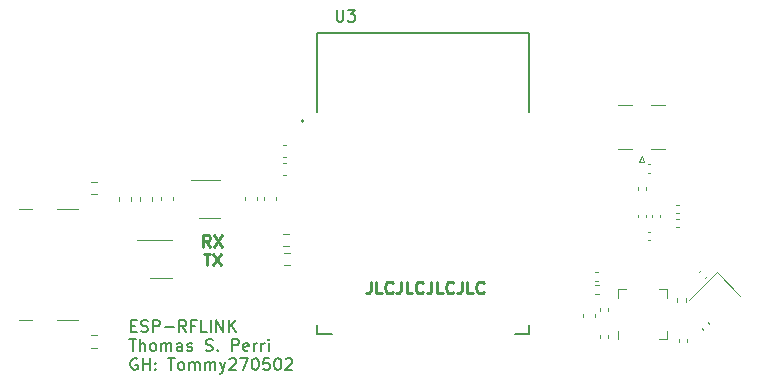
<source format=gbr>
%TF.GenerationSoftware,KiCad,Pcbnew,7.0.7*%
%TF.CreationDate,2023-10-10T08:15:51+02:00*%
%TF.ProjectId,ESPxRF,45535078-5246-42e6-9b69-6361645f7063,rev?*%
%TF.SameCoordinates,Original*%
%TF.FileFunction,Legend,Top*%
%TF.FilePolarity,Positive*%
%FSLAX46Y46*%
G04 Gerber Fmt 4.6, Leading zero omitted, Abs format (unit mm)*
G04 Created by KiCad (PCBNEW 7.0.7) date 2023-10-10 08:15:51*
%MOMM*%
%LPD*%
G01*
G04 APERTURE LIST*
%ADD10C,0.150000*%
%ADD11C,0.250000*%
%ADD12C,0.120000*%
%ADD13C,0.127000*%
%ADD14C,0.200000*%
G04 APERTURE END LIST*
D10*
X96221779Y-78041009D02*
X96555112Y-78041009D01*
X96697969Y-78564819D02*
X96221779Y-78564819D01*
X96221779Y-78564819D02*
X96221779Y-77564819D01*
X96221779Y-77564819D02*
X96697969Y-77564819D01*
X97078922Y-78517200D02*
X97221779Y-78564819D01*
X97221779Y-78564819D02*
X97459874Y-78564819D01*
X97459874Y-78564819D02*
X97555112Y-78517200D01*
X97555112Y-78517200D02*
X97602731Y-78469580D01*
X97602731Y-78469580D02*
X97650350Y-78374342D01*
X97650350Y-78374342D02*
X97650350Y-78279104D01*
X97650350Y-78279104D02*
X97602731Y-78183866D01*
X97602731Y-78183866D02*
X97555112Y-78136247D01*
X97555112Y-78136247D02*
X97459874Y-78088628D01*
X97459874Y-78088628D02*
X97269398Y-78041009D01*
X97269398Y-78041009D02*
X97174160Y-77993390D01*
X97174160Y-77993390D02*
X97126541Y-77945771D01*
X97126541Y-77945771D02*
X97078922Y-77850533D01*
X97078922Y-77850533D02*
X97078922Y-77755295D01*
X97078922Y-77755295D02*
X97126541Y-77660057D01*
X97126541Y-77660057D02*
X97174160Y-77612438D01*
X97174160Y-77612438D02*
X97269398Y-77564819D01*
X97269398Y-77564819D02*
X97507493Y-77564819D01*
X97507493Y-77564819D02*
X97650350Y-77612438D01*
X98078922Y-78564819D02*
X98078922Y-77564819D01*
X98078922Y-77564819D02*
X98459874Y-77564819D01*
X98459874Y-77564819D02*
X98555112Y-77612438D01*
X98555112Y-77612438D02*
X98602731Y-77660057D01*
X98602731Y-77660057D02*
X98650350Y-77755295D01*
X98650350Y-77755295D02*
X98650350Y-77898152D01*
X98650350Y-77898152D02*
X98602731Y-77993390D01*
X98602731Y-77993390D02*
X98555112Y-78041009D01*
X98555112Y-78041009D02*
X98459874Y-78088628D01*
X98459874Y-78088628D02*
X98078922Y-78088628D01*
X99078922Y-78183866D02*
X99840827Y-78183866D01*
X100888445Y-78564819D02*
X100555112Y-78088628D01*
X100317017Y-78564819D02*
X100317017Y-77564819D01*
X100317017Y-77564819D02*
X100697969Y-77564819D01*
X100697969Y-77564819D02*
X100793207Y-77612438D01*
X100793207Y-77612438D02*
X100840826Y-77660057D01*
X100840826Y-77660057D02*
X100888445Y-77755295D01*
X100888445Y-77755295D02*
X100888445Y-77898152D01*
X100888445Y-77898152D02*
X100840826Y-77993390D01*
X100840826Y-77993390D02*
X100793207Y-78041009D01*
X100793207Y-78041009D02*
X100697969Y-78088628D01*
X100697969Y-78088628D02*
X100317017Y-78088628D01*
X101650350Y-78041009D02*
X101317017Y-78041009D01*
X101317017Y-78564819D02*
X101317017Y-77564819D01*
X101317017Y-77564819D02*
X101793207Y-77564819D01*
X102650350Y-78564819D02*
X102174160Y-78564819D01*
X102174160Y-78564819D02*
X102174160Y-77564819D01*
X102983684Y-78564819D02*
X102983684Y-77564819D01*
X103459874Y-78564819D02*
X103459874Y-77564819D01*
X103459874Y-77564819D02*
X104031302Y-78564819D01*
X104031302Y-78564819D02*
X104031302Y-77564819D01*
X104507493Y-78564819D02*
X104507493Y-77564819D01*
X105078921Y-78564819D02*
X104650350Y-77993390D01*
X105078921Y-77564819D02*
X104507493Y-78136247D01*
X96078922Y-79174819D02*
X96650350Y-79174819D01*
X96364636Y-80174819D02*
X96364636Y-79174819D01*
X96983684Y-80174819D02*
X96983684Y-79174819D01*
X97412255Y-80174819D02*
X97412255Y-79651009D01*
X97412255Y-79651009D02*
X97364636Y-79555771D01*
X97364636Y-79555771D02*
X97269398Y-79508152D01*
X97269398Y-79508152D02*
X97126541Y-79508152D01*
X97126541Y-79508152D02*
X97031303Y-79555771D01*
X97031303Y-79555771D02*
X96983684Y-79603390D01*
X98031303Y-80174819D02*
X97936065Y-80127200D01*
X97936065Y-80127200D02*
X97888446Y-80079580D01*
X97888446Y-80079580D02*
X97840827Y-79984342D01*
X97840827Y-79984342D02*
X97840827Y-79698628D01*
X97840827Y-79698628D02*
X97888446Y-79603390D01*
X97888446Y-79603390D02*
X97936065Y-79555771D01*
X97936065Y-79555771D02*
X98031303Y-79508152D01*
X98031303Y-79508152D02*
X98174160Y-79508152D01*
X98174160Y-79508152D02*
X98269398Y-79555771D01*
X98269398Y-79555771D02*
X98317017Y-79603390D01*
X98317017Y-79603390D02*
X98364636Y-79698628D01*
X98364636Y-79698628D02*
X98364636Y-79984342D01*
X98364636Y-79984342D02*
X98317017Y-80079580D01*
X98317017Y-80079580D02*
X98269398Y-80127200D01*
X98269398Y-80127200D02*
X98174160Y-80174819D01*
X98174160Y-80174819D02*
X98031303Y-80174819D01*
X98793208Y-80174819D02*
X98793208Y-79508152D01*
X98793208Y-79603390D02*
X98840827Y-79555771D01*
X98840827Y-79555771D02*
X98936065Y-79508152D01*
X98936065Y-79508152D02*
X99078922Y-79508152D01*
X99078922Y-79508152D02*
X99174160Y-79555771D01*
X99174160Y-79555771D02*
X99221779Y-79651009D01*
X99221779Y-79651009D02*
X99221779Y-80174819D01*
X99221779Y-79651009D02*
X99269398Y-79555771D01*
X99269398Y-79555771D02*
X99364636Y-79508152D01*
X99364636Y-79508152D02*
X99507493Y-79508152D01*
X99507493Y-79508152D02*
X99602732Y-79555771D01*
X99602732Y-79555771D02*
X99650351Y-79651009D01*
X99650351Y-79651009D02*
X99650351Y-80174819D01*
X100555112Y-80174819D02*
X100555112Y-79651009D01*
X100555112Y-79651009D02*
X100507493Y-79555771D01*
X100507493Y-79555771D02*
X100412255Y-79508152D01*
X100412255Y-79508152D02*
X100221779Y-79508152D01*
X100221779Y-79508152D02*
X100126541Y-79555771D01*
X100555112Y-80127200D02*
X100459874Y-80174819D01*
X100459874Y-80174819D02*
X100221779Y-80174819D01*
X100221779Y-80174819D02*
X100126541Y-80127200D01*
X100126541Y-80127200D02*
X100078922Y-80031961D01*
X100078922Y-80031961D02*
X100078922Y-79936723D01*
X100078922Y-79936723D02*
X100126541Y-79841485D01*
X100126541Y-79841485D02*
X100221779Y-79793866D01*
X100221779Y-79793866D02*
X100459874Y-79793866D01*
X100459874Y-79793866D02*
X100555112Y-79746247D01*
X100983684Y-80127200D02*
X101078922Y-80174819D01*
X101078922Y-80174819D02*
X101269398Y-80174819D01*
X101269398Y-80174819D02*
X101364636Y-80127200D01*
X101364636Y-80127200D02*
X101412255Y-80031961D01*
X101412255Y-80031961D02*
X101412255Y-79984342D01*
X101412255Y-79984342D02*
X101364636Y-79889104D01*
X101364636Y-79889104D02*
X101269398Y-79841485D01*
X101269398Y-79841485D02*
X101126541Y-79841485D01*
X101126541Y-79841485D02*
X101031303Y-79793866D01*
X101031303Y-79793866D02*
X100983684Y-79698628D01*
X100983684Y-79698628D02*
X100983684Y-79651009D01*
X100983684Y-79651009D02*
X101031303Y-79555771D01*
X101031303Y-79555771D02*
X101126541Y-79508152D01*
X101126541Y-79508152D02*
X101269398Y-79508152D01*
X101269398Y-79508152D02*
X101364636Y-79555771D01*
X102555113Y-80127200D02*
X102697970Y-80174819D01*
X102697970Y-80174819D02*
X102936065Y-80174819D01*
X102936065Y-80174819D02*
X103031303Y-80127200D01*
X103031303Y-80127200D02*
X103078922Y-80079580D01*
X103078922Y-80079580D02*
X103126541Y-79984342D01*
X103126541Y-79984342D02*
X103126541Y-79889104D01*
X103126541Y-79889104D02*
X103078922Y-79793866D01*
X103078922Y-79793866D02*
X103031303Y-79746247D01*
X103031303Y-79746247D02*
X102936065Y-79698628D01*
X102936065Y-79698628D02*
X102745589Y-79651009D01*
X102745589Y-79651009D02*
X102650351Y-79603390D01*
X102650351Y-79603390D02*
X102602732Y-79555771D01*
X102602732Y-79555771D02*
X102555113Y-79460533D01*
X102555113Y-79460533D02*
X102555113Y-79365295D01*
X102555113Y-79365295D02*
X102602732Y-79270057D01*
X102602732Y-79270057D02*
X102650351Y-79222438D01*
X102650351Y-79222438D02*
X102745589Y-79174819D01*
X102745589Y-79174819D02*
X102983684Y-79174819D01*
X102983684Y-79174819D02*
X103126541Y-79222438D01*
X103555113Y-80079580D02*
X103602732Y-80127200D01*
X103602732Y-80127200D02*
X103555113Y-80174819D01*
X103555113Y-80174819D02*
X103507494Y-80127200D01*
X103507494Y-80127200D02*
X103555113Y-80079580D01*
X103555113Y-80079580D02*
X103555113Y-80174819D01*
X104793208Y-80174819D02*
X104793208Y-79174819D01*
X104793208Y-79174819D02*
X105174160Y-79174819D01*
X105174160Y-79174819D02*
X105269398Y-79222438D01*
X105269398Y-79222438D02*
X105317017Y-79270057D01*
X105317017Y-79270057D02*
X105364636Y-79365295D01*
X105364636Y-79365295D02*
X105364636Y-79508152D01*
X105364636Y-79508152D02*
X105317017Y-79603390D01*
X105317017Y-79603390D02*
X105269398Y-79651009D01*
X105269398Y-79651009D02*
X105174160Y-79698628D01*
X105174160Y-79698628D02*
X104793208Y-79698628D01*
X106174160Y-80127200D02*
X106078922Y-80174819D01*
X106078922Y-80174819D02*
X105888446Y-80174819D01*
X105888446Y-80174819D02*
X105793208Y-80127200D01*
X105793208Y-80127200D02*
X105745589Y-80031961D01*
X105745589Y-80031961D02*
X105745589Y-79651009D01*
X105745589Y-79651009D02*
X105793208Y-79555771D01*
X105793208Y-79555771D02*
X105888446Y-79508152D01*
X105888446Y-79508152D02*
X106078922Y-79508152D01*
X106078922Y-79508152D02*
X106174160Y-79555771D01*
X106174160Y-79555771D02*
X106221779Y-79651009D01*
X106221779Y-79651009D02*
X106221779Y-79746247D01*
X106221779Y-79746247D02*
X105745589Y-79841485D01*
X106650351Y-80174819D02*
X106650351Y-79508152D01*
X106650351Y-79698628D02*
X106697970Y-79603390D01*
X106697970Y-79603390D02*
X106745589Y-79555771D01*
X106745589Y-79555771D02*
X106840827Y-79508152D01*
X106840827Y-79508152D02*
X106936065Y-79508152D01*
X107269399Y-80174819D02*
X107269399Y-79508152D01*
X107269399Y-79698628D02*
X107317018Y-79603390D01*
X107317018Y-79603390D02*
X107364637Y-79555771D01*
X107364637Y-79555771D02*
X107459875Y-79508152D01*
X107459875Y-79508152D02*
X107555113Y-79508152D01*
X107888447Y-80174819D02*
X107888447Y-79508152D01*
X107888447Y-79174819D02*
X107840828Y-79222438D01*
X107840828Y-79222438D02*
X107888447Y-79270057D01*
X107888447Y-79270057D02*
X107936066Y-79222438D01*
X107936066Y-79222438D02*
X107888447Y-79174819D01*
X107888447Y-79174819D02*
X107888447Y-79270057D01*
X96745588Y-80832438D02*
X96650350Y-80784819D01*
X96650350Y-80784819D02*
X96507493Y-80784819D01*
X96507493Y-80784819D02*
X96364636Y-80832438D01*
X96364636Y-80832438D02*
X96269398Y-80927676D01*
X96269398Y-80927676D02*
X96221779Y-81022914D01*
X96221779Y-81022914D02*
X96174160Y-81213390D01*
X96174160Y-81213390D02*
X96174160Y-81356247D01*
X96174160Y-81356247D02*
X96221779Y-81546723D01*
X96221779Y-81546723D02*
X96269398Y-81641961D01*
X96269398Y-81641961D02*
X96364636Y-81737200D01*
X96364636Y-81737200D02*
X96507493Y-81784819D01*
X96507493Y-81784819D02*
X96602731Y-81784819D01*
X96602731Y-81784819D02*
X96745588Y-81737200D01*
X96745588Y-81737200D02*
X96793207Y-81689580D01*
X96793207Y-81689580D02*
X96793207Y-81356247D01*
X96793207Y-81356247D02*
X96602731Y-81356247D01*
X97221779Y-81784819D02*
X97221779Y-80784819D01*
X97221779Y-81261009D02*
X97793207Y-81261009D01*
X97793207Y-81784819D02*
X97793207Y-80784819D01*
X98269398Y-81689580D02*
X98317017Y-81737200D01*
X98317017Y-81737200D02*
X98269398Y-81784819D01*
X98269398Y-81784819D02*
X98221779Y-81737200D01*
X98221779Y-81737200D02*
X98269398Y-81689580D01*
X98269398Y-81689580D02*
X98269398Y-81784819D01*
X98269398Y-81165771D02*
X98317017Y-81213390D01*
X98317017Y-81213390D02*
X98269398Y-81261009D01*
X98269398Y-81261009D02*
X98221779Y-81213390D01*
X98221779Y-81213390D02*
X98269398Y-81165771D01*
X98269398Y-81165771D02*
X98269398Y-81261009D01*
X99364636Y-80784819D02*
X99936064Y-80784819D01*
X99650350Y-81784819D02*
X99650350Y-80784819D01*
X100412255Y-81784819D02*
X100317017Y-81737200D01*
X100317017Y-81737200D02*
X100269398Y-81689580D01*
X100269398Y-81689580D02*
X100221779Y-81594342D01*
X100221779Y-81594342D02*
X100221779Y-81308628D01*
X100221779Y-81308628D02*
X100269398Y-81213390D01*
X100269398Y-81213390D02*
X100317017Y-81165771D01*
X100317017Y-81165771D02*
X100412255Y-81118152D01*
X100412255Y-81118152D02*
X100555112Y-81118152D01*
X100555112Y-81118152D02*
X100650350Y-81165771D01*
X100650350Y-81165771D02*
X100697969Y-81213390D01*
X100697969Y-81213390D02*
X100745588Y-81308628D01*
X100745588Y-81308628D02*
X100745588Y-81594342D01*
X100745588Y-81594342D02*
X100697969Y-81689580D01*
X100697969Y-81689580D02*
X100650350Y-81737200D01*
X100650350Y-81737200D02*
X100555112Y-81784819D01*
X100555112Y-81784819D02*
X100412255Y-81784819D01*
X101174160Y-81784819D02*
X101174160Y-81118152D01*
X101174160Y-81213390D02*
X101221779Y-81165771D01*
X101221779Y-81165771D02*
X101317017Y-81118152D01*
X101317017Y-81118152D02*
X101459874Y-81118152D01*
X101459874Y-81118152D02*
X101555112Y-81165771D01*
X101555112Y-81165771D02*
X101602731Y-81261009D01*
X101602731Y-81261009D02*
X101602731Y-81784819D01*
X101602731Y-81261009D02*
X101650350Y-81165771D01*
X101650350Y-81165771D02*
X101745588Y-81118152D01*
X101745588Y-81118152D02*
X101888445Y-81118152D01*
X101888445Y-81118152D02*
X101983684Y-81165771D01*
X101983684Y-81165771D02*
X102031303Y-81261009D01*
X102031303Y-81261009D02*
X102031303Y-81784819D01*
X102507493Y-81784819D02*
X102507493Y-81118152D01*
X102507493Y-81213390D02*
X102555112Y-81165771D01*
X102555112Y-81165771D02*
X102650350Y-81118152D01*
X102650350Y-81118152D02*
X102793207Y-81118152D01*
X102793207Y-81118152D02*
X102888445Y-81165771D01*
X102888445Y-81165771D02*
X102936064Y-81261009D01*
X102936064Y-81261009D02*
X102936064Y-81784819D01*
X102936064Y-81261009D02*
X102983683Y-81165771D01*
X102983683Y-81165771D02*
X103078921Y-81118152D01*
X103078921Y-81118152D02*
X103221778Y-81118152D01*
X103221778Y-81118152D02*
X103317017Y-81165771D01*
X103317017Y-81165771D02*
X103364636Y-81261009D01*
X103364636Y-81261009D02*
X103364636Y-81784819D01*
X103745588Y-81118152D02*
X103983683Y-81784819D01*
X104221778Y-81118152D02*
X103983683Y-81784819D01*
X103983683Y-81784819D02*
X103888445Y-82022914D01*
X103888445Y-82022914D02*
X103840826Y-82070533D01*
X103840826Y-82070533D02*
X103745588Y-82118152D01*
X104555112Y-80880057D02*
X104602731Y-80832438D01*
X104602731Y-80832438D02*
X104697969Y-80784819D01*
X104697969Y-80784819D02*
X104936064Y-80784819D01*
X104936064Y-80784819D02*
X105031302Y-80832438D01*
X105031302Y-80832438D02*
X105078921Y-80880057D01*
X105078921Y-80880057D02*
X105126540Y-80975295D01*
X105126540Y-80975295D02*
X105126540Y-81070533D01*
X105126540Y-81070533D02*
X105078921Y-81213390D01*
X105078921Y-81213390D02*
X104507493Y-81784819D01*
X104507493Y-81784819D02*
X105126540Y-81784819D01*
X105459874Y-80784819D02*
X106126540Y-80784819D01*
X106126540Y-80784819D02*
X105697969Y-81784819D01*
X106697969Y-80784819D02*
X106793207Y-80784819D01*
X106793207Y-80784819D02*
X106888445Y-80832438D01*
X106888445Y-80832438D02*
X106936064Y-80880057D01*
X106936064Y-80880057D02*
X106983683Y-80975295D01*
X106983683Y-80975295D02*
X107031302Y-81165771D01*
X107031302Y-81165771D02*
X107031302Y-81403866D01*
X107031302Y-81403866D02*
X106983683Y-81594342D01*
X106983683Y-81594342D02*
X106936064Y-81689580D01*
X106936064Y-81689580D02*
X106888445Y-81737200D01*
X106888445Y-81737200D02*
X106793207Y-81784819D01*
X106793207Y-81784819D02*
X106697969Y-81784819D01*
X106697969Y-81784819D02*
X106602731Y-81737200D01*
X106602731Y-81737200D02*
X106555112Y-81689580D01*
X106555112Y-81689580D02*
X106507493Y-81594342D01*
X106507493Y-81594342D02*
X106459874Y-81403866D01*
X106459874Y-81403866D02*
X106459874Y-81165771D01*
X106459874Y-81165771D02*
X106507493Y-80975295D01*
X106507493Y-80975295D02*
X106555112Y-80880057D01*
X106555112Y-80880057D02*
X106602731Y-80832438D01*
X106602731Y-80832438D02*
X106697969Y-80784819D01*
X107936064Y-80784819D02*
X107459874Y-80784819D01*
X107459874Y-80784819D02*
X107412255Y-81261009D01*
X107412255Y-81261009D02*
X107459874Y-81213390D01*
X107459874Y-81213390D02*
X107555112Y-81165771D01*
X107555112Y-81165771D02*
X107793207Y-81165771D01*
X107793207Y-81165771D02*
X107888445Y-81213390D01*
X107888445Y-81213390D02*
X107936064Y-81261009D01*
X107936064Y-81261009D02*
X107983683Y-81356247D01*
X107983683Y-81356247D02*
X107983683Y-81594342D01*
X107983683Y-81594342D02*
X107936064Y-81689580D01*
X107936064Y-81689580D02*
X107888445Y-81737200D01*
X107888445Y-81737200D02*
X107793207Y-81784819D01*
X107793207Y-81784819D02*
X107555112Y-81784819D01*
X107555112Y-81784819D02*
X107459874Y-81737200D01*
X107459874Y-81737200D02*
X107412255Y-81689580D01*
X108602731Y-80784819D02*
X108697969Y-80784819D01*
X108697969Y-80784819D02*
X108793207Y-80832438D01*
X108793207Y-80832438D02*
X108840826Y-80880057D01*
X108840826Y-80880057D02*
X108888445Y-80975295D01*
X108888445Y-80975295D02*
X108936064Y-81165771D01*
X108936064Y-81165771D02*
X108936064Y-81403866D01*
X108936064Y-81403866D02*
X108888445Y-81594342D01*
X108888445Y-81594342D02*
X108840826Y-81689580D01*
X108840826Y-81689580D02*
X108793207Y-81737200D01*
X108793207Y-81737200D02*
X108697969Y-81784819D01*
X108697969Y-81784819D02*
X108602731Y-81784819D01*
X108602731Y-81784819D02*
X108507493Y-81737200D01*
X108507493Y-81737200D02*
X108459874Y-81689580D01*
X108459874Y-81689580D02*
X108412255Y-81594342D01*
X108412255Y-81594342D02*
X108364636Y-81403866D01*
X108364636Y-81403866D02*
X108364636Y-81165771D01*
X108364636Y-81165771D02*
X108412255Y-80975295D01*
X108412255Y-80975295D02*
X108459874Y-80880057D01*
X108459874Y-80880057D02*
X108507493Y-80832438D01*
X108507493Y-80832438D02*
X108602731Y-80784819D01*
X109317017Y-80880057D02*
X109364636Y-80832438D01*
X109364636Y-80832438D02*
X109459874Y-80784819D01*
X109459874Y-80784819D02*
X109697969Y-80784819D01*
X109697969Y-80784819D02*
X109793207Y-80832438D01*
X109793207Y-80832438D02*
X109840826Y-80880057D01*
X109840826Y-80880057D02*
X109888445Y-80975295D01*
X109888445Y-80975295D02*
X109888445Y-81070533D01*
X109888445Y-81070533D02*
X109840826Y-81213390D01*
X109840826Y-81213390D02*
X109269398Y-81784819D01*
X109269398Y-81784819D02*
X109888445Y-81784819D01*
D11*
X102383784Y-71931341D02*
X102955212Y-71931341D01*
X102669498Y-72931341D02*
X102669498Y-71931341D01*
X103193308Y-71931341D02*
X103859974Y-72931341D01*
X103859974Y-71931341D02*
X103193308Y-72931341D01*
X116512282Y-74302619D02*
X116512282Y-75016904D01*
X116512282Y-75016904D02*
X116464663Y-75159761D01*
X116464663Y-75159761D02*
X116369425Y-75255000D01*
X116369425Y-75255000D02*
X116226568Y-75302619D01*
X116226568Y-75302619D02*
X116131330Y-75302619D01*
X117464663Y-75302619D02*
X116988473Y-75302619D01*
X116988473Y-75302619D02*
X116988473Y-74302619D01*
X118369425Y-75207380D02*
X118321806Y-75255000D01*
X118321806Y-75255000D02*
X118178949Y-75302619D01*
X118178949Y-75302619D02*
X118083711Y-75302619D01*
X118083711Y-75302619D02*
X117940854Y-75255000D01*
X117940854Y-75255000D02*
X117845616Y-75159761D01*
X117845616Y-75159761D02*
X117797997Y-75064523D01*
X117797997Y-75064523D02*
X117750378Y-74874047D01*
X117750378Y-74874047D02*
X117750378Y-74731190D01*
X117750378Y-74731190D02*
X117797997Y-74540714D01*
X117797997Y-74540714D02*
X117845616Y-74445476D01*
X117845616Y-74445476D02*
X117940854Y-74350238D01*
X117940854Y-74350238D02*
X118083711Y-74302619D01*
X118083711Y-74302619D02*
X118178949Y-74302619D01*
X118178949Y-74302619D02*
X118321806Y-74350238D01*
X118321806Y-74350238D02*
X118369425Y-74397857D01*
X119083711Y-74302619D02*
X119083711Y-75016904D01*
X119083711Y-75016904D02*
X119036092Y-75159761D01*
X119036092Y-75159761D02*
X118940854Y-75255000D01*
X118940854Y-75255000D02*
X118797997Y-75302619D01*
X118797997Y-75302619D02*
X118702759Y-75302619D01*
X120036092Y-75302619D02*
X119559902Y-75302619D01*
X119559902Y-75302619D02*
X119559902Y-74302619D01*
X120940854Y-75207380D02*
X120893235Y-75255000D01*
X120893235Y-75255000D02*
X120750378Y-75302619D01*
X120750378Y-75302619D02*
X120655140Y-75302619D01*
X120655140Y-75302619D02*
X120512283Y-75255000D01*
X120512283Y-75255000D02*
X120417045Y-75159761D01*
X120417045Y-75159761D02*
X120369426Y-75064523D01*
X120369426Y-75064523D02*
X120321807Y-74874047D01*
X120321807Y-74874047D02*
X120321807Y-74731190D01*
X120321807Y-74731190D02*
X120369426Y-74540714D01*
X120369426Y-74540714D02*
X120417045Y-74445476D01*
X120417045Y-74445476D02*
X120512283Y-74350238D01*
X120512283Y-74350238D02*
X120655140Y-74302619D01*
X120655140Y-74302619D02*
X120750378Y-74302619D01*
X120750378Y-74302619D02*
X120893235Y-74350238D01*
X120893235Y-74350238D02*
X120940854Y-74397857D01*
X121655140Y-74302619D02*
X121655140Y-75016904D01*
X121655140Y-75016904D02*
X121607521Y-75159761D01*
X121607521Y-75159761D02*
X121512283Y-75255000D01*
X121512283Y-75255000D02*
X121369426Y-75302619D01*
X121369426Y-75302619D02*
X121274188Y-75302619D01*
X122607521Y-75302619D02*
X122131331Y-75302619D01*
X122131331Y-75302619D02*
X122131331Y-74302619D01*
X123512283Y-75207380D02*
X123464664Y-75255000D01*
X123464664Y-75255000D02*
X123321807Y-75302619D01*
X123321807Y-75302619D02*
X123226569Y-75302619D01*
X123226569Y-75302619D02*
X123083712Y-75255000D01*
X123083712Y-75255000D02*
X122988474Y-75159761D01*
X122988474Y-75159761D02*
X122940855Y-75064523D01*
X122940855Y-75064523D02*
X122893236Y-74874047D01*
X122893236Y-74874047D02*
X122893236Y-74731190D01*
X122893236Y-74731190D02*
X122940855Y-74540714D01*
X122940855Y-74540714D02*
X122988474Y-74445476D01*
X122988474Y-74445476D02*
X123083712Y-74350238D01*
X123083712Y-74350238D02*
X123226569Y-74302619D01*
X123226569Y-74302619D02*
X123321807Y-74302619D01*
X123321807Y-74302619D02*
X123464664Y-74350238D01*
X123464664Y-74350238D02*
X123512283Y-74397857D01*
X124226569Y-74302619D02*
X124226569Y-75016904D01*
X124226569Y-75016904D02*
X124178950Y-75159761D01*
X124178950Y-75159761D02*
X124083712Y-75255000D01*
X124083712Y-75255000D02*
X123940855Y-75302619D01*
X123940855Y-75302619D02*
X123845617Y-75302619D01*
X125178950Y-75302619D02*
X124702760Y-75302619D01*
X124702760Y-75302619D02*
X124702760Y-74302619D01*
X126083712Y-75207380D02*
X126036093Y-75255000D01*
X126036093Y-75255000D02*
X125893236Y-75302619D01*
X125893236Y-75302619D02*
X125797998Y-75302619D01*
X125797998Y-75302619D02*
X125655141Y-75255000D01*
X125655141Y-75255000D02*
X125559903Y-75159761D01*
X125559903Y-75159761D02*
X125512284Y-75064523D01*
X125512284Y-75064523D02*
X125464665Y-74874047D01*
X125464665Y-74874047D02*
X125464665Y-74731190D01*
X125464665Y-74731190D02*
X125512284Y-74540714D01*
X125512284Y-74540714D02*
X125559903Y-74445476D01*
X125559903Y-74445476D02*
X125655141Y-74350238D01*
X125655141Y-74350238D02*
X125797998Y-74302619D01*
X125797998Y-74302619D02*
X125893236Y-74302619D01*
X125893236Y-74302619D02*
X126036093Y-74350238D01*
X126036093Y-74350238D02*
X126083712Y-74397857D01*
X102917963Y-71346403D02*
X102584630Y-70870212D01*
X102346535Y-71346403D02*
X102346535Y-70346403D01*
X102346535Y-70346403D02*
X102727487Y-70346403D01*
X102727487Y-70346403D02*
X102822725Y-70394022D01*
X102822725Y-70394022D02*
X102870344Y-70441641D01*
X102870344Y-70441641D02*
X102917963Y-70536879D01*
X102917963Y-70536879D02*
X102917963Y-70679736D01*
X102917963Y-70679736D02*
X102870344Y-70774974D01*
X102870344Y-70774974D02*
X102822725Y-70822593D01*
X102822725Y-70822593D02*
X102727487Y-70870212D01*
X102727487Y-70870212D02*
X102346535Y-70870212D01*
X103251297Y-70346403D02*
X103917963Y-71346403D01*
X103917963Y-70346403D02*
X103251297Y-71346403D01*
D10*
X113628095Y-51279819D02*
X113628095Y-52089342D01*
X113628095Y-52089342D02*
X113675714Y-52184580D01*
X113675714Y-52184580D02*
X113723333Y-52232200D01*
X113723333Y-52232200D02*
X113818571Y-52279819D01*
X113818571Y-52279819D02*
X114009047Y-52279819D01*
X114009047Y-52279819D02*
X114104285Y-52232200D01*
X114104285Y-52232200D02*
X114151904Y-52184580D01*
X114151904Y-52184580D02*
X114199523Y-52089342D01*
X114199523Y-52089342D02*
X114199523Y-51279819D01*
X114580476Y-51279819D02*
X115199523Y-51279819D01*
X115199523Y-51279819D02*
X114866190Y-51660771D01*
X114866190Y-51660771D02*
X115009047Y-51660771D01*
X115009047Y-51660771D02*
X115104285Y-51708390D01*
X115104285Y-51708390D02*
X115151904Y-51756009D01*
X115151904Y-51756009D02*
X115199523Y-51851247D01*
X115199523Y-51851247D02*
X115199523Y-52089342D01*
X115199523Y-52089342D02*
X115151904Y-52184580D01*
X115151904Y-52184580D02*
X115104285Y-52232200D01*
X115104285Y-52232200D02*
X115009047Y-52279819D01*
X115009047Y-52279819D02*
X114723333Y-52279819D01*
X114723333Y-52279819D02*
X114628095Y-52232200D01*
X114628095Y-52232200D02*
X114580476Y-52184580D01*
D12*
%TO.C,C6*%
X109366267Y-63756000D02*
X109073733Y-63756000D01*
X109366267Y-62736000D02*
X109073733Y-62736000D01*
%TO.C,C12*%
X142366665Y-68993749D02*
X142598335Y-68993749D01*
X142366665Y-69713749D02*
X142598335Y-69713749D01*
%TO.C,Y1*%
X147797932Y-75483223D02*
X145818033Y-73503324D01*
X145818033Y-73503324D02*
X143484580Y-75836777D01*
%TO.C,C3*%
X108475000Y-67126233D02*
X108475000Y-67418767D01*
X107455000Y-67126233D02*
X107455000Y-67418767D01*
%TO.C,C17*%
X139966665Y-64366250D02*
X140198335Y-64366250D01*
X139966665Y-65086250D02*
X140198335Y-65086250D01*
%TO.C,F1*%
X95248000Y-67481267D02*
X95248000Y-67138733D01*
X96268000Y-67481267D02*
X96268000Y-67138733D01*
%TO.C,C2*%
X106875000Y-67126233D02*
X106875000Y-67418767D01*
X105855000Y-67126233D02*
X105855000Y-67418767D01*
%TO.C,C16*%
X139122500Y-66542085D02*
X139122500Y-66310415D01*
X139842500Y-66542085D02*
X139842500Y-66310415D01*
%TO.C,L4*%
X140322500Y-68826450D02*
X140322500Y-68626050D01*
X141042500Y-68826450D02*
X141042500Y-68626050D01*
%TO.C,C8*%
X134454999Y-77306267D02*
X134454999Y-77013733D01*
X135474999Y-77306267D02*
X135474999Y-77013733D01*
%TO.C,R6*%
X143245000Y-75689878D02*
X143245000Y-76025120D01*
X142485000Y-75689878D02*
X142485000Y-76025120D01*
%TO.C,C13*%
X135905000Y-76775835D02*
X135905000Y-76544165D01*
X136625000Y-76775835D02*
X136625000Y-76544165D01*
%TO.C,C15*%
X142605000Y-79375835D02*
X142605000Y-79144165D01*
X143325000Y-79375835D02*
X143325000Y-79144165D01*
D13*
%TO.C,U3*%
X111965000Y-53210000D02*
X129965000Y-53210000D01*
X111965000Y-59930000D02*
X111965000Y-53210000D01*
X111965000Y-77980000D02*
X111965000Y-78710000D01*
X111965000Y-78710000D02*
X113210000Y-78710000D01*
X129965000Y-53210000D02*
X129965000Y-59930000D01*
X129965000Y-77980000D02*
X129965000Y-78710000D01*
X129965000Y-78710000D02*
X128720000Y-78710000D01*
D14*
X110865000Y-60700000D02*
G75*
G03*
X110865000Y-60700000I-100000J0D01*
G01*
D12*
%TO.C,L2*%
X139982300Y-70066250D02*
X140182700Y-70066250D01*
X139982300Y-70786250D02*
X140182700Y-70786250D01*
%TO.C,C9*%
X144328534Y-73487349D02*
X144492349Y-73323534D01*
X144837651Y-73996466D02*
X145001466Y-73832651D01*
%TO.C,C11*%
X145037651Y-77723535D02*
X145201466Y-77887350D01*
X144528534Y-78232652D02*
X144692349Y-78396467D01*
%TO.C,L1*%
X97026000Y-67481267D02*
X97026000Y-67138733D01*
X98046000Y-67481267D02*
X98046000Y-67138733D01*
%TO.C,R4*%
X109669724Y-72882500D02*
X109160276Y-72882500D01*
X109669724Y-71837500D02*
X109160276Y-71837500D01*
%TO.C,C14*%
X142366665Y-67793750D02*
X142598335Y-67793750D01*
X142366665Y-68513750D02*
X142598335Y-68513750D01*
%TO.C,C7*%
X136625000Y-78844165D02*
X136625000Y-79075835D01*
X135905000Y-78844165D02*
X135905000Y-79075835D01*
%TO.C,U2*%
X101970000Y-68920000D02*
X103770000Y-68920000D01*
X103770000Y-65700000D02*
X101320000Y-65700000D01*
%TO.C,R5*%
X135497379Y-74580000D02*
X135832621Y-74580000D01*
X135497379Y-75340000D02*
X135832621Y-75340000D01*
%TO.C,R2*%
X92810276Y-65837500D02*
X93319724Y-65837500D01*
X92810276Y-66882500D02*
X93319724Y-66882500D01*
%TO.C,C10*%
X135780835Y-74220000D02*
X135549165Y-74220000D01*
X135780835Y-73500000D02*
X135549165Y-73500000D01*
%TO.C,J1*%
X89975000Y-68190000D02*
X91775000Y-68190000D01*
X87875000Y-68190000D02*
X86725000Y-68190000D01*
X89975000Y-77530000D02*
X91775000Y-77530000D01*
X87875000Y-77530000D02*
X86725000Y-77530000D01*
%TO.C,U1*%
X97865000Y-73970000D02*
X99665000Y-73970000D01*
X99665000Y-70750000D02*
X96715000Y-70750000D01*
%TO.C,L3*%
X139122500Y-68826450D02*
X139122500Y-68626050D01*
X139842500Y-68826450D02*
X139842500Y-68626050D01*
%TO.C,C5*%
X109366267Y-65280000D02*
X109073733Y-65280000D01*
X109366267Y-64260000D02*
X109073733Y-64260000D01*
%TO.C,J2*%
X141400000Y-63098750D02*
X140290000Y-63098750D01*
X141400000Y-59388750D02*
X140290000Y-59388750D01*
X139700000Y-64148750D02*
X139450000Y-63648750D01*
X139450000Y-63648750D02*
X139200000Y-64148750D01*
X139200000Y-64148750D02*
X139700000Y-64148750D01*
X138610000Y-63098750D02*
X137500000Y-63098750D01*
X138610000Y-59388750D02*
X137500000Y-59388750D01*
%TO.C,U4*%
X141637500Y-79170000D02*
X140912500Y-79170000D01*
X137417500Y-78445000D02*
X137417500Y-79170000D01*
X141637500Y-78445000D02*
X141637500Y-79170000D01*
X137417500Y-75675000D02*
X137417500Y-74950000D01*
X141637500Y-75675000D02*
X141637500Y-74950000D01*
X137417500Y-74950000D02*
X138142500Y-74950000D01*
X141637500Y-74950000D02*
X140912500Y-74950000D01*
%TO.C,C1*%
X99775000Y-67126233D02*
X99775000Y-67418767D01*
X98755000Y-67126233D02*
X98755000Y-67418767D01*
%TO.C,R1*%
X92810276Y-78837500D02*
X93319724Y-78837500D01*
X92810276Y-79882500D02*
X93319724Y-79882500D01*
%TO.C,R3*%
X109619724Y-71282500D02*
X109110276Y-71282500D01*
X109619724Y-70237500D02*
X109110276Y-70237500D01*
%TD*%
M02*

</source>
